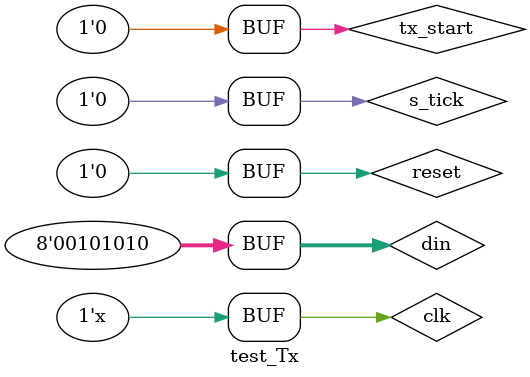
<source format=v>
`timescale 1ns / 1ps


module test_Tx;

	// Inputs
	reg clk;
	reg reset;
	reg tx_start;
	reg s_tick;
	reg [7:0] din;

	// Outputs
	wire tx;
	wire tx_done_tick;

	// Instantiate the Unit Under Test (UUT)
	Tx uut (
		.clk(clk), 
		.reset(reset), 
		.tx_start(tx_start), 
		.s_tick(s_tick), 
		.tx(tx), 
		.tx_done_tick(tx_done_tick), 
		.din(din)
	);

	initial begin
		// Initialize Inputs
		clk = 0;
		reset = 0;
		tx_start = 0;
		s_tick = 0;
		din = 42;

		// Wait 100 ns for global reset to finish
		#100;
      reset = 1;
		#100
		reset = 0;
		#100
		tx_start = 1;
		#100
		tx_start = 0;
		
		// Add stimulus here

	end
   
	always begin
		#6480
		s_tick = 1;
		#20
		s_tick = 0;
	end
		
	always #10 clk=~clk;
endmodule


</source>
